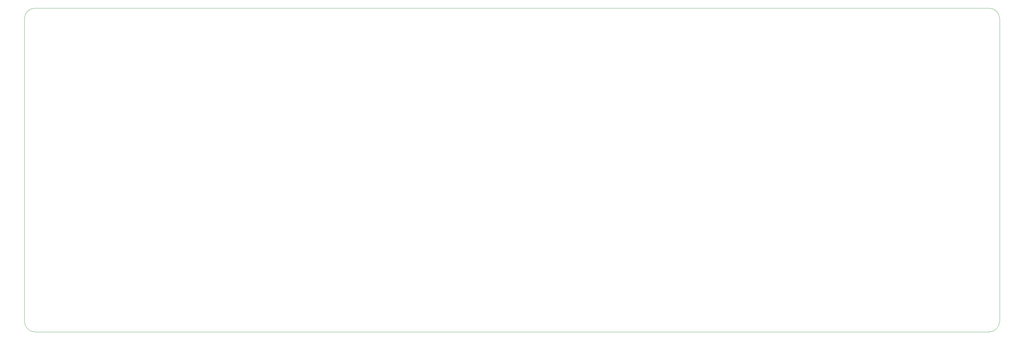
<source format=gbr>
%TF.GenerationSoftware,KiCad,Pcbnew,5.1.6*%
%TF.CreationDate,2020-06-07T21:01:59+02:00*%
%TF.ProjectId,DWZG60,44575a47-3630-42e6-9b69-6361645f7063,1*%
%TF.SameCoordinates,Original*%
%TF.FileFunction,Profile,NP*%
%FSLAX46Y46*%
G04 Gerber Fmt 4.6, Leading zero omitted, Abs format (unit mm)*
G04 Created by KiCad (PCBNEW 5.1.6) date 2020-06-07 21:01:59*
%MOMM*%
%LPD*%
G01*
G04 APERTURE LIST*
%TA.AperFunction,Profile*%
%ADD10C,0.050000*%
%TD*%
G04 APERTURE END LIST*
D10*
X335000000Y-211600000D02*
X335000000Y-123000000D01*
X50000000Y-123000000D02*
X50000000Y-211600000D01*
X332000000Y-214600000D02*
X53000000Y-214600000D01*
X335000000Y-211600000D02*
G75*
G02*
X332000000Y-214600000I-3000000J0D01*
G01*
X53000000Y-120000000D02*
X332000000Y-120000000D01*
X50000000Y-123000000D02*
G75*
G02*
X53000000Y-120000000I3000000J0D01*
G01*
X332000000Y-120000000D02*
G75*
G02*
X335000000Y-123000000I0J-3000000D01*
G01*
X53000000Y-214600000D02*
G75*
G02*
X50000000Y-211600000I0J3000000D01*
G01*
M02*

</source>
